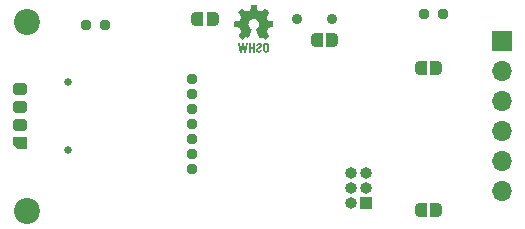
<source format=gbr>
%TF.GenerationSoftware,KiCad,Pcbnew,9.0.1*%
%TF.CreationDate,2025-04-09T10:04:16+05:30*%
%TF.ProjectId,ESPNut-D1,4553504e-7574-42d4-9431-2e6b69636164,0.1*%
%TF.SameCoordinates,Original*%
%TF.FileFunction,Soldermask,Bot*%
%TF.FilePolarity,Negative*%
%FSLAX46Y46*%
G04 Gerber Fmt 4.6, Leading zero omitted, Abs format (unit mm)*
G04 Created by KiCad (PCBNEW 9.0.1) date 2025-04-09 10:04:16*
%MOMM*%
%LPD*%
G01*
G04 APERTURE LIST*
G04 Aperture macros list*
%AMRoundRect*
0 Rectangle with rounded corners*
0 $1 Rounding radius*
0 $2 $3 $4 $5 $6 $7 $8 $9 X,Y pos of 4 corners*
0 Add a 4 corners polygon primitive as box body*
4,1,4,$2,$3,$4,$5,$6,$7,$8,$9,$2,$3,0*
0 Add four circle primitives for the rounded corners*
1,1,$1+$1,$2,$3*
1,1,$1+$1,$4,$5*
1,1,$1+$1,$6,$7*
1,1,$1+$1,$8,$9*
0 Add four rect primitives between the rounded corners*
20,1,$1+$1,$2,$3,$4,$5,0*
20,1,$1+$1,$4,$5,$6,$7,0*
20,1,$1+$1,$6,$7,$8,$9,0*
20,1,$1+$1,$8,$9,$2,$3,0*%
%AMOutline5P*
0 Free polygon, 5 corners , with rotation*
0 The origin of the aperture is its center*
0 number of corners: always 5*
0 $1 to $10 corner X, Y*
0 $11 Rotation angle, in degrees counterclockwise*
0 create outline with 5 corners*
4,1,5,$1,$2,$3,$4,$5,$6,$7,$8,$9,$10,$1,$2,$11*%
%AMOutline6P*
0 Free polygon, 6 corners , with rotation*
0 The origin of the aperture is its center*
0 number of corners: always 6*
0 $1 to $12 corner X, Y*
0 $13 Rotation angle, in degrees counterclockwise*
0 create outline with 6 corners*
4,1,6,$1,$2,$3,$4,$5,$6,$7,$8,$9,$10,$11,$12,$1,$2,$13*%
%AMOutline7P*
0 Free polygon, 7 corners , with rotation*
0 The origin of the aperture is its center*
0 number of corners: always 7*
0 $1 to $14 corner X, Y*
0 $15 Rotation angle, in degrees counterclockwise*
0 create outline with 7 corners*
4,1,7,$1,$2,$3,$4,$5,$6,$7,$8,$9,$10,$11,$12,$13,$14,$1,$2,$15*%
%AMOutline8P*
0 Free polygon, 8 corners , with rotation*
0 The origin of the aperture is its center*
0 number of corners: always 8*
0 $1 to $16 corner X, Y*
0 $17 Rotation angle, in degrees counterclockwise*
0 create outline with 8 corners*
4,1,8,$1,$2,$3,$4,$5,$6,$7,$8,$9,$10,$11,$12,$13,$14,$15,$16,$1,$2,$17*%
%AMFreePoly0*
4,1,15,-0.500000,0.200000,-0.480423,0.323607,-0.423607,0.435114,-0.335114,0.523607,-0.223607,0.580423,-0.100000,0.600000,0.500000,0.600000,0.500000,-0.600000,-0.100000,-0.600000,-0.223607,-0.580423,-0.335114,-0.523607,-0.423607,-0.435114,-0.480423,-0.323607,-0.500000,-0.200000,-0.500000,0.200000,-0.500000,0.200000,$1*%
%AMFreePoly1*
4,1,15,-0.500000,0.600000,0.100000,0.600000,0.223607,0.580423,0.335114,0.523607,0.423607,0.435114,0.480423,0.323607,0.500000,0.200000,0.500000,-0.200000,0.480423,-0.323607,0.423607,-0.435114,0.335114,-0.523607,0.223607,-0.580423,0.100000,-0.600000,-0.500000,-0.600000,-0.500000,0.600000,-0.500000,0.600000,$1*%
G04 Aperture macros list end*
%ADD10C,0.120000*%
%ADD11C,0.000000*%
%ADD12C,2.200000*%
%ADD13C,0.900000*%
%ADD14C,0.650000*%
%ADD15R,1.000000X1.000000*%
%ADD16O,1.000000X1.000000*%
%ADD17R,1.700000X1.700000*%
%ADD18O,1.700000X1.700000*%
%ADD19RoundRect,0.476600X0.000010X0.000010X-0.000010X0.000010X-0.000010X-0.000010X0.000010X-0.000010X0*%
%ADD20RoundRect,0.476600X-0.000010X-0.000010X0.000010X-0.000010X0.000010X0.000010X-0.000010X0.000010X0*%
%ADD21FreePoly0,0.000000*%
%ADD22FreePoly1,0.000000*%
%ADD23FreePoly0,180.000000*%
%ADD24FreePoly1,180.000000*%
%ADD25Outline5P,-0.600000X0.500000X0.600000X0.500000X0.600000X-0.500000X-0.200000X-0.500000X-0.600000X-0.100000X0.000000*%
%ADD26RoundRect,0.250000X-0.350000X-0.250000X0.350000X-0.250000X0.350000X0.250000X-0.350000X0.250000X0*%
G04 APERTURE END LIST*
D10*
G36*
X22291481Y16198447D02*
G01*
X22342806Y16180548D01*
X22389553Y16151331D01*
X22429286Y16111965D01*
X22445714Y16089108D01*
X22459567Y16064406D01*
X22470492Y16038467D01*
X22478518Y16011124D01*
X22483362Y15983308D01*
X22485079Y15954518D01*
X22485081Y15953695D01*
X22485081Y15612292D01*
X22479053Y15558396D01*
X22461166Y15506989D01*
X22431960Y15460092D01*
X22392643Y15420226D01*
X22369862Y15403773D01*
X22345288Y15389931D01*
X22319571Y15379068D01*
X22292525Y15371139D01*
X22265476Y15366470D01*
X22237565Y15364874D01*
X22182837Y15370902D01*
X22130894Y15388746D01*
X22083696Y15417815D01*
X22043665Y15456897D01*
X22027143Y15479545D01*
X22013235Y15503975D01*
X22002291Y15529573D01*
X21994275Y15556498D01*
X21989469Y15583797D01*
X21987802Y15611980D01*
X21987802Y15612292D01*
X21987802Y15953695D01*
X22132296Y15953695D01*
X22132296Y15612292D01*
X22138197Y15579405D01*
X22155712Y15549113D01*
X22183643Y15525057D01*
X22200408Y15516766D01*
X22218585Y15511404D01*
X22237565Y15509319D01*
X22256718Y15510869D01*
X22274827Y15515467D01*
X22291146Y15522829D01*
X22305744Y15532953D01*
X22317803Y15545196D01*
X22327631Y15559850D01*
X22334705Y15576216D01*
X22339125Y15594710D01*
X22340587Y15612292D01*
X22340587Y15953695D01*
X22334689Y15987615D01*
X22317232Y16018779D01*
X22304478Y16032185D01*
X22289643Y16043263D01*
X22273269Y16051577D01*
X22255540Y16056914D01*
X22237565Y16058915D01*
X22203973Y16053016D01*
X22173017Y16035522D01*
X22148471Y16007733D01*
X22140018Y15991136D01*
X22134515Y15973153D01*
X22132296Y15953695D01*
X21987802Y15953695D01*
X21993836Y16008776D01*
X22011669Y16060871D01*
X22040689Y16108077D01*
X22079711Y16148078D01*
X22102360Y16164610D01*
X22126824Y16178554D01*
X22152533Y16189577D01*
X22179621Y16197700D01*
X22207205Y16202649D01*
X22235739Y16204477D01*
X22237565Y16204483D01*
X22291481Y16198447D01*
G37*
G36*
X21645227Y15510443D02*
G01*
X21625093Y15511969D01*
X21606702Y15516401D01*
X21590492Y15523436D01*
X21576547Y15532888D01*
X21565444Y15544168D01*
X21556988Y15557328D01*
X21551568Y15571648D01*
X21549085Y15587365D01*
X21548947Y15592215D01*
X21554862Y15618557D01*
X21572593Y15642489D01*
X21605950Y15667218D01*
X21681345Y15704739D01*
X21763978Y15745649D01*
X21789019Y15761519D01*
X21812990Y15780720D01*
X21833605Y15801432D01*
X21852068Y15824891D01*
X21866475Y15848533D01*
X21878172Y15874354D01*
X21886147Y15899951D01*
X21891117Y15927318D01*
X21892743Y15955063D01*
X21886715Y16009294D01*
X21869056Y16059486D01*
X21840418Y16104339D01*
X21801743Y16142129D01*
X21754540Y16170902D01*
X21728427Y16181315D01*
X21700926Y16188867D01*
X21645227Y16194763D01*
X21590511Y16188729D01*
X21538648Y16170876D01*
X21491569Y16141797D01*
X21451639Y16102674D01*
X21435136Y16079968D01*
X21421221Y16055443D01*
X21410234Y16029684D01*
X21402150Y16002546D01*
X21397247Y15974932D01*
X21395468Y15946370D01*
X21395464Y15945000D01*
X21539959Y15945000D01*
X21548065Y15981278D01*
X21567374Y16013018D01*
X21580597Y16025902D01*
X21595818Y16036287D01*
X21612228Y16043643D01*
X21630015Y16048012D01*
X21645227Y16049145D01*
X21667506Y16047582D01*
X21687363Y16042892D01*
X21702982Y16035966D01*
X21716175Y16026486D01*
X21726021Y16015462D01*
X21733446Y16002259D01*
X21740338Y15969973D01*
X21740433Y15965174D01*
X21734526Y15940247D01*
X21716400Y15916460D01*
X21681579Y15890701D01*
X21607140Y15852328D01*
X21550070Y15824051D01*
X21514106Y15802153D01*
X21479513Y15775817D01*
X21456491Y15753708D01*
X21436040Y15728830D01*
X21421437Y15705692D01*
X21409649Y15680366D01*
X21401845Y15655685D01*
X21397008Y15629075D01*
X21395464Y15602278D01*
X21401498Y15548875D01*
X21419207Y15499278D01*
X21447988Y15454822D01*
X21486940Y15417277D01*
X21509829Y15401701D01*
X21534578Y15388643D01*
X21560973Y15378270D01*
X21588812Y15370744D01*
X21645227Y15364874D01*
X21699170Y15370905D01*
X21750571Y15388794D01*
X21797425Y15417996D01*
X21837244Y15457316D01*
X21853686Y15480115D01*
X21867529Y15504725D01*
X21878413Y15530512D01*
X21886375Y15557654D01*
X21891120Y15585105D01*
X21892743Y15613465D01*
X21748298Y15613465D01*
X21740942Y15578148D01*
X21722251Y15546771D01*
X21709220Y15533869D01*
X21694178Y15523440D01*
X21677914Y15516015D01*
X21660299Y15511595D01*
X21645227Y15510443D01*
G37*
G36*
X20781291Y16193346D02*
G01*
X20925785Y16193346D01*
X20925785Y15852578D01*
X21134125Y15852578D01*
X21134125Y16193346D01*
X21278570Y16193346D01*
X21278570Y15364874D01*
X21134125Y15364874D01*
X21134125Y15708084D01*
X20925785Y15708084D01*
X20925785Y15364874D01*
X20781291Y15364874D01*
X20781291Y16193346D01*
G37*
G36*
X19900307Y16193346D02*
G01*
X20045876Y16193346D01*
X20136588Y15671204D01*
X20221731Y16193346D01*
X20367349Y16193346D01*
X20452443Y15671204D01*
X20543155Y16193346D01*
X20688772Y16193346D01*
X20533092Y15364874D01*
X20377411Y15364874D01*
X20294515Y15836654D01*
X20211668Y15364874D01*
X20055988Y15364874D01*
X19900307Y16193346D01*
G37*
D11*
G36*
X21268110Y19418025D02*
G01*
X21308672Y19417517D01*
X21345646Y19416722D01*
X21377560Y19415640D01*
X21402942Y19414269D01*
X21420319Y19412607D01*
X21428217Y19410652D01*
X21430585Y19406918D01*
X21434582Y19395317D01*
X21439679Y19375606D01*
X21446001Y19347220D01*
X21453672Y19309591D01*
X21462818Y19262153D01*
X21473562Y19204340D01*
X21478758Y19176028D01*
X21488468Y19123412D01*
X21496543Y19080288D01*
X21503199Y19045695D01*
X21508651Y19018674D01*
X21513116Y18998264D01*
X21516811Y18983506D01*
X21519952Y18973438D01*
X21522755Y18967102D01*
X21525436Y18963536D01*
X21528212Y18961781D01*
X21528531Y18961652D01*
X21536484Y18958395D01*
X21553129Y18951563D01*
X21577089Y18941723D01*
X21606987Y18929438D01*
X21641446Y18915277D01*
X21679088Y18899803D01*
X21699391Y18891476D01*
X21738814Y18875490D01*
X21769724Y18863315D01*
X21793273Y18854557D01*
X21810615Y18848819D01*
X21822904Y18845707D01*
X21831294Y18844827D01*
X21836938Y18845783D01*
X21837178Y18845880D01*
X21845354Y18850526D01*
X21861455Y18860704D01*
X21884378Y18875681D01*
X21913022Y18894726D01*
X21946283Y18917104D01*
X21983060Y18942084D01*
X22022250Y18968934D01*
X22025876Y18971427D01*
X22064606Y18997960D01*
X22100592Y19022428D01*
X22132774Y19044125D01*
X22160091Y19062343D01*
X22181484Y19076374D01*
X22195892Y19085511D01*
X22202254Y19089047D01*
X22204995Y19088035D01*
X22215493Y19080153D01*
X22233000Y19064831D01*
X22257123Y19042437D01*
X22287467Y19013338D01*
X22323640Y18977905D01*
X22365248Y18936505D01*
X22366617Y18935134D01*
X22405988Y18895597D01*
X22438133Y18863047D01*
X22463723Y18836746D01*
X22483426Y18815954D01*
X22497912Y18799933D01*
X22507848Y18787942D01*
X22513903Y18779243D01*
X22516748Y18773097D01*
X22517050Y18768765D01*
X22517007Y18768586D01*
X22513021Y18760708D01*
X22503464Y18744895D01*
X22489053Y18722245D01*
X22470505Y18693855D01*
X22448538Y18660824D01*
X22423868Y18624249D01*
X22397212Y18585229D01*
X22371150Y18547026D01*
X22346019Y18509574D01*
X22323996Y18476110D01*
X22305733Y18447651D01*
X22291881Y18425212D01*
X22283091Y18409808D01*
X22280014Y18402455D01*
X22280689Y18398821D01*
X22285089Y18385285D01*
X22292995Y18364172D01*
X22303714Y18337097D01*
X22316557Y18305678D01*
X22330832Y18271532D01*
X22345847Y18236276D01*
X22360911Y18201527D01*
X22375332Y18168901D01*
X22388420Y18140016D01*
X22399482Y18116488D01*
X22407829Y18099936D01*
X22412767Y18091974D01*
X22416036Y18089687D01*
X22424893Y18086069D01*
X22439542Y18081770D01*
X22460838Y18076596D01*
X22489637Y18070357D01*
X22526794Y18062859D01*
X22573164Y18053912D01*
X22629603Y18043323D01*
X22651095Y18039316D01*
X22704753Y18029144D01*
X22748472Y18020556D01*
X22782984Y18013389D01*
X22809018Y18007481D01*
X22827308Y18002668D01*
X22838584Y17998789D01*
X22843578Y17995679D01*
X22844589Y17993650D01*
X22846318Y17985614D01*
X22847704Y17971542D01*
X22848774Y17950595D01*
X22849554Y17921931D01*
X22850071Y17884712D01*
X22850353Y17838097D01*
X22850426Y17781247D01*
X22850425Y17780020D01*
X22850316Y17733005D01*
X22850046Y17689158D01*
X22849638Y17649796D01*
X22849110Y17616238D01*
X22848485Y17589803D01*
X22847781Y17571809D01*
X22847021Y17563573D01*
X22846750Y17562557D01*
X22845539Y17558861D01*
X22843398Y17555630D01*
X22839331Y17552617D01*
X22832340Y17549572D01*
X22821430Y17546249D01*
X22805605Y17542400D01*
X22783868Y17537776D01*
X22755224Y17532131D01*
X22718675Y17525216D01*
X22673226Y17516785D01*
X22617880Y17506588D01*
X22599693Y17503224D01*
X22546233Y17493104D01*
X22503073Y17484518D01*
X22469711Y17477355D01*
X22445647Y17471502D01*
X22430383Y17466849D01*
X22423417Y17463285D01*
X22423383Y17463249D01*
X22418976Y17455636D01*
X22411291Y17439264D01*
X22400959Y17415710D01*
X22388613Y17386555D01*
X22374883Y17353377D01*
X22360402Y17317755D01*
X22345803Y17281269D01*
X22331716Y17245497D01*
X22318774Y17212019D01*
X22307609Y17182414D01*
X22298852Y17158261D01*
X22293136Y17141138D01*
X22291092Y17132626D01*
X22293899Y17126032D01*
X22302353Y17111300D01*
X22315752Y17089639D01*
X22333389Y17062149D01*
X22354555Y17029934D01*
X22378542Y16994096D01*
X22404644Y16955737D01*
X22429698Y16918930D01*
X22453787Y16882962D01*
X22475083Y16850571D01*
X22492879Y16822858D01*
X22506466Y16800926D01*
X22515138Y16785878D01*
X22518185Y16778818D01*
X22518084Y16778144D01*
X22512763Y16769540D01*
X22499417Y16753490D01*
X22478121Y16730076D01*
X22448951Y16699380D01*
X22411984Y16661483D01*
X22367296Y16616468D01*
X22354128Y16603315D01*
X22311142Y16560757D01*
X22275545Y16526178D01*
X22247222Y16499472D01*
X22226057Y16480529D01*
X22211932Y16469242D01*
X22204733Y16465504D01*
X22198798Y16467922D01*
X22184518Y16476007D01*
X22163266Y16489083D01*
X22136160Y16506433D01*
X22104315Y16527342D01*
X22068849Y16551092D01*
X22030880Y16576968D01*
X21997054Y16600040D01*
X21961249Y16624059D01*
X21928938Y16645314D01*
X21901237Y16663087D01*
X21879264Y16676664D01*
X21864138Y16685329D01*
X21856974Y16688366D01*
X21854053Y16687817D01*
X21841507Y16683113D01*
X21822241Y16674376D01*
X21798285Y16662553D01*
X21771669Y16648591D01*
X21766589Y16645864D01*
X21737587Y16630926D01*
X21714017Y16619898D01*
X21697233Y16613378D01*
X21688590Y16611961D01*
X21684980Y16616359D01*
X21677577Y16630067D01*
X21666550Y16653203D01*
X21651835Y16685915D01*
X21633366Y16728352D01*
X21611077Y16780665D01*
X21584902Y16843002D01*
X21554775Y16915512D01*
X21529544Y16976498D01*
X21501792Y17043595D01*
X21477795Y17101660D01*
X21457289Y17151360D01*
X21440009Y17193364D01*
X21425691Y17228339D01*
X21414071Y17256952D01*
X21404882Y17279871D01*
X21397862Y17297763D01*
X21392745Y17311297D01*
X21389268Y17321140D01*
X21387164Y17327959D01*
X21386170Y17332422D01*
X21386022Y17335196D01*
X21386454Y17336950D01*
X21387201Y17338350D01*
X21387456Y17338729D01*
X21394230Y17345055D01*
X21408026Y17356069D01*
X21426982Y17370330D01*
X21449236Y17386396D01*
X21500051Y17425959D01*
X21551264Y17476114D01*
X21592473Y17530007D01*
X21624111Y17588322D01*
X21646608Y17651743D01*
X21660396Y17720953D01*
X21664061Y17775925D01*
X21659012Y17842110D01*
X21644095Y17906224D01*
X21619974Y17967303D01*
X21587311Y18024386D01*
X21546770Y18076512D01*
X21499013Y18122717D01*
X21444703Y18162041D01*
X21384505Y18193520D01*
X21319079Y18216194D01*
X21291112Y18222108D01*
X21242841Y18227407D01*
X21191605Y18228212D01*
X21141728Y18224519D01*
X21097536Y18216327D01*
X21037571Y18196326D01*
X20974701Y18164861D01*
X20917983Y18124736D01*
X20868131Y18076654D01*
X20825861Y18021318D01*
X20791887Y17959430D01*
X20766926Y17891692D01*
X20762534Y17875277D01*
X20758394Y17854850D01*
X20755896Y17833092D01*
X20754702Y17806761D01*
X20754472Y17772613D01*
X20754887Y17744504D01*
X20757205Y17706136D01*
X20762292Y17672846D01*
X20770989Y17641059D01*
X20784135Y17607198D01*
X20802570Y17567685D01*
X20805058Y17562637D01*
X20817903Y17537867D01*
X20829972Y17517943D01*
X20843513Y17499798D01*
X20860776Y17480362D01*
X20884010Y17456568D01*
X20906595Y17435087D01*
X20933716Y17411366D01*
X20960200Y17390035D01*
X20982610Y17373971D01*
X20994486Y17366098D01*
X21013939Y17351815D01*
X21024878Y17341072D01*
X21028303Y17332976D01*
X21026384Y17326302D01*
X21020564Y17310325D01*
X21011262Y17286153D01*
X20998903Y17254811D01*
X20983910Y17217324D01*
X20966708Y17174720D01*
X20947721Y17128021D01*
X20927373Y17078256D01*
X20906088Y17026447D01*
X20884290Y16973622D01*
X20862403Y16920806D01*
X20840852Y16869024D01*
X20820060Y16819301D01*
X20800451Y16772663D01*
X20782450Y16730136D01*
X20766481Y16692744D01*
X20752967Y16661514D01*
X20742333Y16637471D01*
X20735003Y16621639D01*
X20731400Y16615046D01*
X20730507Y16614210D01*
X20726203Y16612177D01*
X20719557Y16612601D01*
X20709092Y16616052D01*
X20693333Y16623099D01*
X20670802Y16634310D01*
X20640022Y16650256D01*
X20556768Y16693774D01*
X20503144Y16657955D01*
X20494219Y16651968D01*
X20470219Y16635735D01*
X20440273Y16615356D01*
X20406502Y16592278D01*
X20371029Y16567953D01*
X20335979Y16543828D01*
X20311816Y16527335D01*
X20281849Y16507381D01*
X20255443Y16490359D01*
X20233972Y16477131D01*
X20218807Y16468561D01*
X20211323Y16465512D01*
X20210459Y16465705D01*
X20202284Y16471119D01*
X20187842Y16483208D01*
X20168156Y16500950D01*
X20144246Y16523324D01*
X20117133Y16549307D01*
X20087838Y16577877D01*
X20057382Y16608012D01*
X20026786Y16638689D01*
X19997070Y16668888D01*
X19969255Y16697585D01*
X19944363Y16723759D01*
X19923414Y16746387D01*
X19907429Y16764448D01*
X19897430Y16776919D01*
X19894435Y16782778D01*
X19898037Y16788839D01*
X19907235Y16803015D01*
X19921288Y16824180D01*
X19939470Y16851256D01*
X19961057Y16883163D01*
X19985325Y16918822D01*
X20011548Y16957155D01*
X20037157Y16994725D01*
X20061222Y17030483D01*
X20082489Y17062550D01*
X20100256Y17089842D01*
X20113818Y17111279D01*
X20122471Y17125779D01*
X20125512Y17132260D01*
X20125170Y17134253D01*
X20121606Y17145622D01*
X20114663Y17164952D01*
X20104953Y17190718D01*
X20093090Y17221396D01*
X20079690Y17255461D01*
X20065364Y17291388D01*
X20050729Y17327652D01*
X20036396Y17362730D01*
X20022980Y17395096D01*
X20011095Y17423226D01*
X20001355Y17445594D01*
X19994373Y17460677D01*
X19990764Y17466949D01*
X19990673Y17467013D01*
X19983394Y17469245D01*
X19966527Y17473173D01*
X19941322Y17478544D01*
X19909028Y17485103D01*
X19870896Y17492597D01*
X19828177Y17500770D01*
X19782119Y17509369D01*
X19734227Y17518296D01*
X19684441Y17527862D01*
X19644574Y17535914D01*
X19614065Y17542576D01*
X19592348Y17547971D01*
X19578860Y17552225D01*
X19573037Y17555461D01*
X19571167Y17562792D01*
X19569494Y17579775D01*
X19568111Y17604829D01*
X19567016Y17636481D01*
X19566208Y17673259D01*
X19565686Y17713690D01*
X19565446Y17756302D01*
X19565489Y17799621D01*
X19565811Y17842174D01*
X19566412Y17882490D01*
X19567290Y17919096D01*
X19568443Y17950519D01*
X19569869Y17975285D01*
X19571568Y17991923D01*
X19573536Y17998960D01*
X19573841Y17999156D01*
X19582094Y18001758D01*
X19599848Y18006043D01*
X19625860Y18011751D01*
X19658888Y18018623D01*
X19697689Y18026400D01*
X19741022Y18034823D01*
X19787644Y18043632D01*
X19834636Y18052533D01*
X19879536Y18061338D01*
X19919109Y18069412D01*
X19952238Y18076518D01*
X19977808Y18082413D01*
X19994702Y18086860D01*
X20001804Y18089618D01*
X20005225Y18095192D01*
X20012518Y18109827D01*
X20022737Y18131735D01*
X20035205Y18159337D01*
X20049242Y18191052D01*
X20064170Y18225300D01*
X20079311Y18260503D01*
X20093984Y18295080D01*
X20107512Y18327452D01*
X20119215Y18356039D01*
X20128415Y18379260D01*
X20134432Y18395537D01*
X20136589Y18403289D01*
X20136456Y18403930D01*
X20132190Y18412231D01*
X20122419Y18428361D01*
X20107828Y18451274D01*
X20089098Y18479924D01*
X20066914Y18513262D01*
X20041958Y18550242D01*
X20014912Y18589818D01*
X20009099Y18598282D01*
X19982444Y18637326D01*
X19958011Y18673492D01*
X19936482Y18705743D01*
X19918540Y18733043D01*
X19904868Y18754355D01*
X19896148Y18768642D01*
X19893063Y18774866D01*
X19896811Y18780472D01*
X19907461Y18792771D01*
X19923981Y18810722D01*
X19945340Y18833284D01*
X19970505Y18859417D01*
X19998443Y18888083D01*
X20028123Y18918241D01*
X20058512Y18948852D01*
X20088578Y18978875D01*
X20117288Y19007271D01*
X20143611Y19033000D01*
X20166513Y19055022D01*
X20184964Y19072298D01*
X20197930Y19083787D01*
X20204379Y19088450D01*
X20207829Y19087945D01*
X20219306Y19082578D01*
X20238432Y19071484D01*
X20265466Y19054499D01*
X20300663Y19031460D01*
X20344283Y19002203D01*
X20396583Y18966566D01*
X20409566Y18957681D01*
X20448946Y18930893D01*
X20485325Y18906388D01*
X20517686Y18884837D01*
X20545010Y18866909D01*
X20566279Y18853274D01*
X20580475Y18844601D01*
X20586580Y18841562D01*
X20590093Y18842286D01*
X20603243Y18846653D01*
X20623976Y18854388D01*
X20650664Y18864812D01*
X20681683Y18877250D01*
X20715407Y18891026D01*
X20750210Y18905462D01*
X20784466Y18919883D01*
X20816550Y18933612D01*
X20844837Y18945973D01*
X20867700Y18956289D01*
X20883513Y18963884D01*
X20890652Y18968081D01*
X20893049Y18972376D01*
X20897302Y18985401D01*
X20902796Y19007125D01*
X20909631Y19037996D01*
X20917903Y19078462D01*
X20927712Y19128972D01*
X20939155Y19189974D01*
X20941218Y19201083D01*
X20950031Y19247750D01*
X20958399Y19290854D01*
X20966069Y19329174D01*
X20972789Y19361485D01*
X20978305Y19386564D01*
X20982364Y19403188D01*
X20984713Y19410133D01*
X20991216Y19412022D01*
X21007455Y19413736D01*
X21031888Y19415179D01*
X21063044Y19416347D01*
X21099449Y19417240D01*
X21139631Y19417856D01*
X21182117Y19418193D01*
X21225435Y19418250D01*
X21268110Y19418025D01*
G37*
D12*
X2000000Y2000000D03*
D13*
X27845000Y18255000D03*
X24845000Y18255000D03*
D12*
X2000000Y18000000D03*
D14*
X5480000Y12890000D03*
X5480000Y7110000D03*
D15*
X30725000Y2635000D03*
D16*
X29455000Y2635000D03*
X30725000Y3905000D03*
X29455000Y3905000D03*
X30725000Y5175000D03*
X29455000Y5175000D03*
D17*
X42255000Y16350000D03*
D18*
X42255000Y13810000D03*
X42255000Y11270000D03*
X42255000Y8730000D03*
X42255000Y6190000D03*
X42255000Y3650000D03*
D19*
X16000000Y13174000D03*
X16000000Y6824000D03*
D20*
X8599264Y17699264D03*
D19*
X16000000Y8094000D03*
X16000000Y9364000D03*
D20*
X37249264Y18653680D03*
D19*
X16000000Y10634000D03*
D21*
X35325000Y2055000D03*
D22*
X36625000Y2055000D03*
D21*
X35325000Y14045000D03*
D22*
X36625000Y14045000D03*
D20*
X35649264Y18655152D03*
D21*
X26525000Y16475000D03*
D22*
X27825000Y16475000D03*
D23*
X17725000Y18195000D03*
D24*
X16425000Y18195000D03*
D25*
X1375000Y7750000D03*
D26*
X1375000Y9250000D03*
X1375000Y10750000D03*
X1375000Y12250000D03*
D20*
X6999264Y17702208D03*
D19*
X16000000Y5554000D03*
X16000000Y11904000D03*
M02*

</source>
